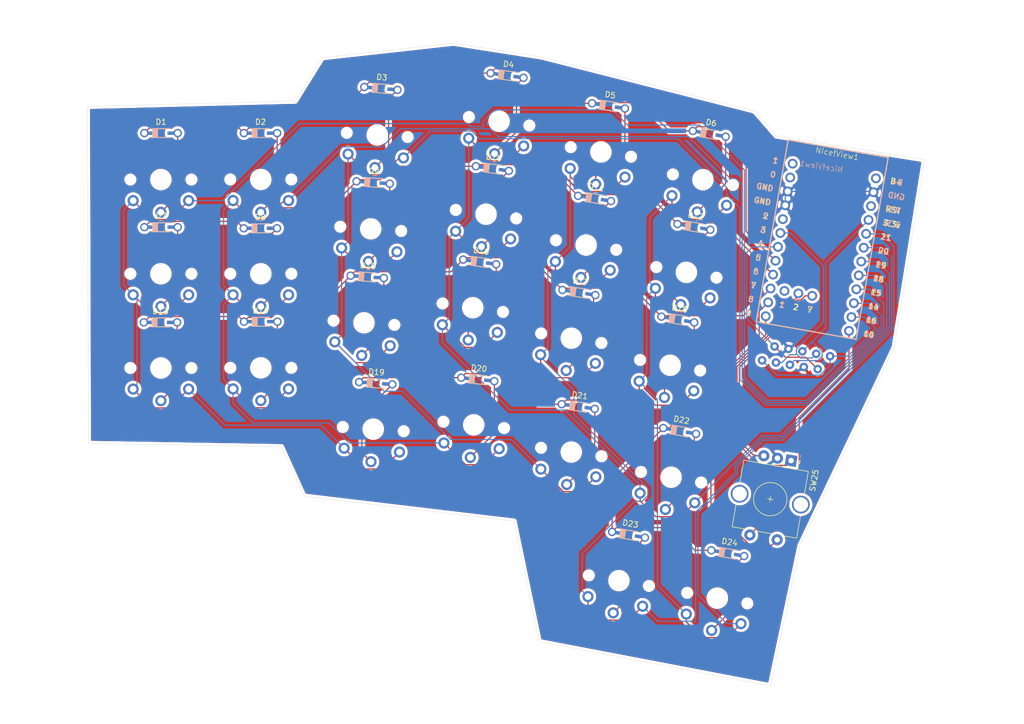
<source format=kicad_pcb>
(kicad_pcb (version 20240108) (generator "pcbnew") (generator_version "8.0")
  (layers (0 "F.Cu" signal) (31 "B.Cu" signal) (34 "B.Paste" user) (35 "F.Paste" user) (36 "B.SilkS" user "B.Silkscreen") (37 "F.SilkS" user "F.Silkscreen") (38 "B.Mask" user) (39 "F.Mask" user) (44 "Edge.Cuts" user))
  (net 0 "")
  (net 1 "Row_0")
  (net 2 "Net-(D1-A)")
  (net 3 "Net-(D2-A)")
  (net 4 "Net-(D3-A)")
  (net 5 "Net-(D4-A)")
  (net 6 "Net-(D5-A)")
  (net 7 "Net-(D6-A)")
  (net 8 "Row_1")
  (net 9 "Net-(D7-A)")
  (net 10 "Net-(D8-A)")
  (net 11 "Net-(D9-A)")
  (net 12 "Net-(D10-A)")
  (net 13 "Net-(D11-A)")
  (net 14 "Net-(D12-A)")
  (net 15 "Net-(D13-A)")
  (net 16 "Row_2")
  (net 17 "Net-(D14-A)")
  (net 18 "Net-(D15-A)")
  (net 19 "Net-(D16-A)")
  (net 20 "Net-(D17-A)")
  (net 21 "Net-(D18-A)")
  (net 22 "Row_3")
  (net 23 "Net-(D19-A)")
  (net 24 "Net-(D20-A)")
  (net 25 "Net-(D21-A)")
  (net 26 "Net-(D22-A)")
  (net 27 "Net-(D23-A)")
  (net 28 "Net-(D24-A)")
  (net 29 "Col_0")
  (net 30 "Col_1")
  (net 31 "Col_2")
  (net 32 "Col_3")
  (net 33 "Col_4")
  (net 34 "Col_5")
  (net 36 "MOSI")
  (net 38 "SCL")
  (net 41 "GND")
  (net 43 "Enc_A")
  (net 44 "CS")
  (net 45 "Enc_B")
  (net 46 "VCC")
  (net 48 "Col_Enc")
  (net 49 "Row_Enc")
  (footprint "marbastlib-xp-choc:SW_choc_Reversible_1u" (layer "F.Cu") (at 151.8666 109.4232 -4)
    (property "Reference" "SW19" (hide yes))
    (property "Value" "Switch")
  )
  (footprint "marbastlib-xp-choc:SW_choc_Reversible_1u" (layer "F.Cu") (at 113.5888 98.3996)
    (property "Reference" "SW13" (hide yes))
    (property "Value" "Switch")
  )
  (footprint "marbastlib-xp-choc:SW_choc_Reversible_1u" (layer "F.Cu") (at 196.1388 136.7536 -10)
    (property "Reference" "SW23" (hide yes))
    (property "Value" "Switch")
  )
  (footprint "Kicad Footprints:SOD123_DIO" (layer "F.Cu") (at 113.6142 56.0324)
    (property "Reference" "D1")
    (property "Value" "1N4148")
  )
  (footprint "Kicad Footprints:SOD123_DIO" (layer "F.Cu") (at 194.2592 51.1302 -9)
    (property "Reference" "D5")
    (property "Value" "1N4148")
  )
  (footprint "ScottoKeebs_MCU:Nice_Nano_V2" (layer "F.Cu") (at 232.573778 76.352833 -10)
    (property "Reference" "U1" (hide yes))
    (property "Value" "Nice_Nano_V2" (hide yes))
  )
  (footprint "Kicad Footprints:SOD123_DIO" (layer "F.Cu") (at 206.752993 89.656743 -10)
    (property "Reference" "D18")
    (property "Value" "1N4148")
  )
  (footprint "marbastlib-xp-choc:SW_choc_Reversible_1u" (layer "F.Cu") (at 187.5536 113.5634 -8)
    (property "Reference" "SW21" (hide yes))
    (property "Value" "Switch")
  )
  (footprint "marbastlib-xp-choc:SW_choc_Reversible_1u" (layer "F.Cu") (at 205.365243 97.906866 -10)
    (property "Reference" "SW18" (hide yes))
    (property "Value" "Switch")
  )
  (footprint "Kicad Footprints:SOD123_DIO" (layer "F.Cu") (at 188.804612 105.345273 -8)
    (property "Reference" "D21")
    (property "Value" "1N4148")
  )
  (footprint "Kicad Footprints:SOD123_DIO" (layer "F.Cu") (at 113.6142 72.9996)
    (property "Reference" "D7")
    (property "Value" "1N4148")
  )
  (footprint "Kicad Footprints:SOD123_DIO" (layer "F.Cu") (at 151.8412 64.9478 -4)
    (property "Reference" "D9")
    (property "Value" "1N4148")
  )
  (footprint "Kicad Footprints:SOD123_DIO" (layer "F.Cu") (at 153.2382 47.9806 -5)
    (property "Reference" "D3")
    (property "Value" "1N4148")
  )
  (footprint "Kicad Footprints:SOD123_DIO" (layer "F.Cu") (at 131.572 90.043)
    (property "Reference" "D14")
    (property "Value" "1N4148")
  )
  (footprint "Kicad Footprints:SOD123_DIO" (layer "F.Cu") (at 113.5126 90.17)
    (property "Reference" "D13")
    (property "Value" "1N4148")
  )
  (footprint "marbastlib-xp-choc:SW_choc_Reversible_1u" (layer "F.Cu") (at 169.9768 108.6612 -6)
    (property "Reference" "SW20" (hide yes))
    (property "Value" "Switch")
  )
  (footprint "Kicad Footprints:SOD123_DIO" (layer "F.Cu") (at 150.7744 81.9658 -4)
    (property "Reference" "D15")
    (property "Value" "1N4148")
  )
  (footprint "marbastlib-xp-choc:SW_choc_Reversible_1u" (layer "F.Cu") (at 208.3054 81.153 -10)
    (property "Reference" "SW12" (hide yes))
    (property "Value" "Switch")
  )
  (footprint "Kicad Footprints:SOD123_DIO" (layer "F.Cu") (at 170.70175 100.459511 -6)
    (property "Reference" "D20")
    (property "Value" "1N4148")
  )
  (footprint "Kicad Footprints:SOD123_DIO" (layer "F.Cu") (at 207.0862 109.7534 -10)
    (property "Reference" "D22")
    (property "Value" "1N4148")
  )
  (footprint "Rotary_Encoder:RotaryEncoder_Alps_EC11E-Switch_Vertical_H20mm_CircularMountingHoles" (layer "F.Cu") (at 227.174457 115.100633 -100)
    (property "Reference" "SW25")
    (property "Value" "RotaryEncoder_Switch")
  )
  (footprint "Kicad Footprints:Nice!View" (layer "F.Cu") (at 228.971435 96.673119 -10)
    (property "Reference" "Nice!View1")
    (property "Value" "~")
  )
  (footprint "Kicad Footprints:SOD123_DIO" (layer "F.Cu") (at 173.3296 62.4332 -8)
    (property "Reference" "D10")
    (property "Value" "1N4148")
  )
  (footprint "marbastlib-xp-choc:SW_choc_Reversible_1u" (layer "F.Cu") (at 192.8876 59.436 -9)
    (property "Reference" "SW5" (hide yes))
    (property "Value" "Switch")
  )
  (footprint "marbastlib-xp-choc:SW_choc_Reversible_1u" (layer "F.Cu") (at 151.4094 73.3044 -4)
    (property "Reference" "SW9" (hide yes))
    (property "Value" "Switch")
  )
  (footprint "marbastlib-xp-choc:SW_choc_Reversible_1u" (layer "F.Cu") (at 174.5488 53.8988 -8)
    (property "Reference" "SW4" (hide yes))
    (property "Value" "Switch")
  )
  (footprint "marbastlib-xp-choc:SW_choc_Reversible_1u" (layer "F.Cu") (at 211.2772 64.4398 -10)
    (property "Reference" "SW6" (hide yes))
    (property "Value" "Switch")
  )
  (footprint "Kicad Footprints:SOD123_DIO" (layer "F.Cu") (at 215.7476 131.8006 -10)
    (property "Reference" "D24")
    (property "Value" "1N4148")
  )
  (footprint "marbastlib-xp-choc:SW_choc_Reversible_1u" (layer "F.Cu") (at 131.5974 81.407)
    (property "Reference" "SW8" (hide yes))
    (property "Value" "Switch")
  )
  (footprint "Kicad Footprints:SOD123_DIO" (layer "F.Cu") (at 131.5212 73.2028)
    (property "Reference" "D8")
    (property "Value" "1N4148")
  )
  (footprint "marbastlib-xp-choc:SW_choc_Reversible_1u" (layer "F.Cu") (at 113.5888 81.407)
    (property "Reference" "SW7" (hide yes))
    (property "Value" "Switch")
  )
  (footprint "marbastlib-xp-choc:SW_choc_Reversible_1u" (layer "F.Cu") (at 152.578002 56.365261 -4)
    (property "Reference" "SW3" (hide yes))
    (property "Value" "Switch")
  )
  (footprint "marbastlib-xp-choc:SW_choc_Reversible_1u" (layer "F.Cu") (at 172.1866 70.6628 -8)
    (property "Reference" "SW10" (hide yes))
    (property "Value" "Switch")
  )
  (footprint "marbastlib-xp-choc:SW_choc_Reversible_1u" (layer "F.Cu") (at 190.2206 76.2254 -9)
    (property "Reference" "SW11" (hide yes))
    (property "Value" "Switch")
  )
  (footprint "Kicad Footprints:SOD123_DIO" (layer "F.Cu") (at 131.5466 56.0324)
    (property "Reference" "D2")
    (property "Value" "1N4148")
  )
  (footprint "Kicad Footprints:SOD123_DIO" (layer "F.Cu") (at 191.7446 67.818 -9)
    (property "Reference" "D11")
    (property "Value" "1N4148")
  )
  (footprint "marbastlib-xp-choc:SW_choc_Reversible_1u" (layer "F.Cu") (at 113.5888 64.4144)
    (property "Reference" "SW1" (hide yes))
    (property "Value" "Switch")
  )
  (footprint "Kicad Footprints:SOD123_DIO" (layer "F.Cu") (at 209.6516 72.9488 -10)
    (property "Reference" "D12")
    (property "Value" "1N4148")
  )
  (footprint "marbastlib-xp-choc:SW_choc_Reversible_1u" (layer "F.Cu") (at 150.1902 90.2462 -4)
    (property "Reference" "SW15" (hide yes))
    (property "Value" "Switch")
  )
  (footprint "Kicad Footprints:SOD123_DIO" (layer "F.Cu") (at 197.866 128.4732 -10)
    (property "Reference" "D23")
    (property "Value" "1N4148")
  )
  (footprint "marbastlib-xp-choc:SW_choc_Reversible_1u" (layer "F.Cu") (at 131.5936 64.399)
    (property "Reference" "SW2" (hide yes))
    (property "Value" "Switch")
  )
  (footprint "Kicad Footprints:SOD123_DIO" (layer "F.Cu") (at 212.4202 56.1594 -10)
    (property "Reference" "D6")
    (property "Value" "1N4148")
  )
  (footprint "Kicad Footprints:SOD123_DIO" (layer "F.Cu") (at 171.0436 79.2734 -8)
    (property "Reference" "D16")
    (property "Value" "1N4148")
  )
  (footprint "marbastlib-xp-choc:SW_choc_Reversible_1u" (layer "F.Cu") (at 131.5974 98.3742)
    (property "Reference" "SW14" (hide yes))
    (property "Value" "Switch")
  )
  (footprint "marbastlib-xp-choc:SW_choc_Reversible_1u" (layer "F.Cu") (at 187.553009 93.026012 -9)
    (property "Reference" "SW17" (hide yes))
    (property "Value" "Switch")
  )
  (footprint "Kicad Footprints:SOD123_DIO" (layer "F.Cu") (at 152.304802 101.149471 -4)
    (property "Reference" "D19")
    (property "Value" "1N4148")
  )
  (footprint "marbastlib-xp-choc:SW_choc_Reversible_1u" (layer "F.Cu") (at 169.799 87.5284 -8)
    (property "Reference" "SW16" (hide yes))
    (property "Value" "Switch")
  )
  (footprint "marbastlib-xp-choc:SW_choc_Reversible_1u" (layer "F.Cu") (at 205.543043 118.099866 -10)
    (property "Reference" "SW22" (hide yes))
    (property "Value" "Switch")
  )
  (footprint "Kicad Footprints:SOD123_DIO" (layer "F.Cu") (at 175.9712 45.6438 -8)
    (property "Reference" "D4")
    (property "Value" "1N4148")
  )
  (footprint "marbastlib-xp-choc:SW_choc_Reversible_1u" (layer "F.Cu") (at 213.868 139.9032 -10)
    (property "Reference" "SW24" (hide yes))
    (property "Value" "Switch")
  )
  (footprint "Kicad Footprints:SOD123_DIO" (layer "F.Cu") (at 188.9252 84.7852 -9)
    (property "Reference" "D17")
    (property "Value" "1N4148")
  )
  (footprint "Kicad Footprints:Nice!View" (layer "B.Cu") (at 226.75 99.1 171)
    (property "Reference" "Nice!View1")
    (property "Value" "~")
  )
  (gr_poly (pts (xy 100.325 51.375) (xy 100.51 112.01) (xy 135.31 112.61) (xy 139.35 121.52) (xy 177.23 126.03) (xy 181.75 147.76) (xy 223.43 155.72) (xy 228.78 130.42) (xy 245.76 94.68) (xy 251.22 60.83) (xy 224.5 56.55) (xy 220.58 52.04) (xy 182.22 42.3) (xy 166.31 39.81) (xy 142.67 42.42) (xy 137.8 50.26) (xy 100.55 51.2)) (stroke (width 0.05)) (fill none) (layer "Edge.Cuts"))
  (segment (start 145.670149 52.2986) (end 150.249616 47.719133) (width 0.2) (layer "F.Cu") (net 1))
  (segment (start 217.042056 54.888456) (end 219.0496 56.896) (width 0.2) (layer "F.Cu") (net 1))
  (segment (start 112.8966 53.75) (end 126.2642 53.75) (width 0.2) (layer "F.Cu") (net 1))
  (segment (start 128.5466 56.0324) (end 132.2804 52.2986) (width 0.2) (layer "F.Cu") (net 1))
  (segment (start 209.465776 55.638456) (end 210.215776 54.888456) (width 0.2) (layer "F.Cu") (net 1))
  (segment (start 200.079303 50.549503) (end 205.168256 55.638456) (width 0.2) (layer "F.Cu") (net 1))
  (segment (start 132.2804 52.2986) (end 145.670149 52.2986) (width 0.2) (layer "F.Cu") (net 1))
  (segment (start 210.215776 54.888456) (end 217.042056 54.888456) (width 0.2) (layer "F.Cu") (net 1))
  (segment (start 205.168256 55.638456) (end 209.465776 55.638456) (width 0.2) (layer "F.Cu") (net 1))
  (segment (start 152.742468 45.226281) (end 173.000395 45.226281) (width 0.2) (layer "F.Cu") (net 1))
  (segment (start 173.000395 45.226281) (end 173.976676 44.25) (width 0.2) (layer "F.Cu") (net 1))
  (segment (start 188.485897 50.660897) (end 191.296134 50.660897) (width 0.2) (layer "F.Cu") (net 1))
  (segment (start 110.6142 56.0324) (end 112.8966 53.75) (width 0.2) (layer "F.Cu") (net 1))
  (segment (start 219.0496 73.747776) (end 224.359322 79.057498) (width 0.2) (layer "F.Cu") (net 1))
  (segment (start 182.075 44.25) (end 188.485897 50.660897) (width 0.2) (layer "F.Cu") (net 1))
  (segment (start 126.2642 53.75) (end 128.5466 56.0324) (width 0.2) (layer "F.Cu") (net 1))
  (segment (start 191.296134 50.660897) (end 191.407528 50.549503) (width 0.2) (layer "F.Cu") (net 1))
  (segment (start 191.407528 50.549503) (end 200.079303 50.549503) (width 0.2) (layer "F.Cu") (net 1))
  (segment (start 219.0496 56.896) (end 219.0496 73.747776) (width 0.2) (layer "F.Cu") (net 1))
  (segment (start 150.249616 47.719133) (end 152.742468 45.226281) (width 0.2) (layer "F.Cu") (net 1))
  (segment (start 173.976676 44.25) (end 182.075 44.25) (width 0.2) (layer "F.Cu") (net 1))
  (segment (start 116.6142 67.289) (end 116.6142 56.0324) (width 0.2) (layer "F.Cu") (net 2))
  (segment (start 113.5888 70.3144) (end 116.6142 67.289) (width 0.2) (layer "F.Cu") (net 2))
  (segment (start 131.5936 70.299) (end 134.5466 67.346) (width 0.2) (layer "F.Cu") (net 3))
  (segment (start 134.5466 67.346) (end 134.5466 56.0324) (width 0.2) (layer "F.Cu") (net 3))
  (segment (start 154.628002 49.840849) (end 156.226784 48.242067) (width 0.2) (layer "F.Cu") (net 4))
  (segment (start 154.628002 59.789325) (end 154.628002 49.840849) (width 0.2) (layer "F.Cu") (net 4))
  (segment (start 152.166439 62.250888) (end 154.628002 59.789325) (width 0.2) (layer "F.Cu") (net 4))
  (segment (start 173.727679 59.74138) (end 177.675 55.794059) (width 0.2) (layer "F.Cu") (net 5))
  (segment (start 177.675 47.328324) (end 178.942005 46.061319) (width 0.2) (layer "F.Cu") (net 5))
  (segment (start 177.675 55.794059) (end 177.675 47.328324) (width 0.2) (layer "F.Cu") (net 5))
  (segment (start 191.964637 63.849147) (end 197.222266 58.591518) (width 0.2) (layer "F.Cu") (net 6))
  (segment (start 197.222266 58.591518) (end 197.222266 51.599503) (width 0.2) (layer "F.Cu") (net 6))
  (segment (start 191.964637 65.26336) (end 191.964637 63.849147) (width 0.2) (layer "F.Cu") (net 6))
  (segment (start 210.252676 70.250165) (end 215.374624 65.128217) (width 0.2) (layer "F.Cu") (net 7))
  (segment (start 215.374624 65.128217) (end 215.374624 56.680344) (width 0.2) (layer "F.Cu") (net 7))
  (segment (start 206.887432 72.2376) (end 214.596946 72.2376) (width 0.2) (layer "F.Cu") (net 8))
  (segment (start 116.094475 72.0344) (end 116.179275 71.9496) (width 0.2) (layer "F.Cu") (net 8))
  (segment (start 131.3688 73.2028) (end 135.0726 69.499) (width 0.2) (layer "F.Cu") (net 8))
  (segment (start 144.088039 69.499) (end 148.848508 64.738531) (width 0.2) (layer "F.Cu") (net 8))
  (segment (start 183.154837 61.722) (end 188.781534 67.348697) (width 0.2) (layer "F.Cu") (net 8))
  (segment (start 148.848508 64.738531) (end 149.157335 64.429704) (width 0.2) (layer "F.Cu") (net 8))
  (segment (start 110.6142 72.9996) (end 111.5794 72.0344) (width 0.2) (layer "F.Cu") (net 8))
  (segment (start 188.781534 67.348697) (end 188.998031 67.1322) (width 0.2) (layer "F.Cu") (net 8))
  (segment (start 111.5794 72.0344) (end 116.094475 72.0344) (width 0.2) (layer "F.Cu") (net 8))
  (segment (start 214.596946 72.2376) (end 223.918255 81.558909) (width 0.2) (layer "F.Cu") (net 8))
  (segment (start 201.40152 67.1322) (end 206.697176 72.427856) (width 0.2) (layer "F.Cu") (net 8))
  (segment (start 188.998031 67.1322) (end 201.40152 67.1322) (width 0.2) (layer "F.Cu") (net 8))
  (segment (start 206.697176 72.427856) (end 206.887432 72.2376) (width 0.2) (layer "F.Cu") (net 8))
  (segment (start 153.172096 64.429704) (end 155.586119 62.015681) (width 0.2) (layer "F.Cu") (net 8))
  (segment (start 155.586119 62.015681) (end 170.358795 62.015681) (width 0.2) (layer "F.Cu") (net 8))
  (segment (start 135.0726 69.499) (end 144.088039 69.499) (width 0.2) (layer "F.Cu") (net 8))
  (segment (start 128.5212 73.2028) (end 131.3688 73.2028) (width 0.2) (layer "F.Cu") (net 8))
  (segment (start 116.179275 71.9496) (end 127.268 71.9496) (width 0.2) (layer "F.Cu") (net 8))
  (segment (start 127.268 71.9496) (end 128.5212 73.2028) (width 0.2) (layer "F.Cu") (net 8))
  (segment (start 170.652476 61.722) (end 183.154837 61.722) (width 0.2) (layer "F.Cu") (net 8))
  (segment (start 170.358795 62.015681) (end 170.652476 61.722) (width 0.2) (layer "F.Cu") (net 8))
  (segment (start 149.157335 64.429704) (end 153.172096 64.429704) (width 0.2) (layer "F.Cu") (net 8))
  (segment (start 113.5888 87.307) (end 116.6142 84.2816) (width 0.2) (layer "F.Cu") (net 9))
  (segment (start 116.6142 84.2816) (end 116.6142 72.9996) (width 0.2) (layer "F.Cu") (net 9))
  (segment (start 133.6474 85.257) (end 133.6474 74.0766) (width 0.2) (layer "F.Cu") (net 10))
  (segment (start 133.6474 74.0766) (end 134.5212 73.2028) (width 0.2) (layer "F.Cu") (net 10))
  (segment (start 131.5974 87.307) (end 133.6474 85.257) (width 0.2) (layer "F.Cu") (net 10))
  (segment (start 150.997837 79.190027) (end 154.833892 75.353972) (width 0.2) (layer "F.Cu") (net 11))
  (segment (start 154.833892 75.353972) (end 154.833892 65.157069) (width 0.2) (layer "F.Cu") (net 11))
  (segment (start 174.2366 64.914524) (end 176.300405 62.850719) (width 0.2) (layer "F.Cu") (net 12))
  (segment (start 171.365479 76.50538) (end 174.2366 73.634259) (width 0.2) (layer "F.Cu") (net 12))
  (segment (start 174.2366 73.634259) (end 174.2366 64.914524) (width 0.2) (layer "F.Cu") (net 12))
  (segment (start 192.2706 79.079797) (end 192.2706 70.724369) (width 0.2) (layer "F.Cu") (net 13))
  (segment (start 192.2706 70.724369) (end 194.707666 68.287303) (width 0.2) (layer "F.Cu") (net 13))
  (segment (start 189.297637 82.05276) (end 192.2706 79.079797) (width 0.2) (layer "F.Cu") (net 13))
  (segment (start 206.2554 85.937889) (end 206.2554 79.820368) (width 0.2) (layer "F.Cu") (net 14))
  (segment (start 206.2554 79.820368) (end 212.606024 73.469744) (width 0.2) (layer "F.Cu") (net 14))
  (segment (start 207.280876 86.963365) (end 206.2554 85.937889) (width 0.2) (layer "F.Cu") (net 14))
  (segment (start 116.5126 90.17) (end 116.5126 101.3758) (width 0.2) (layer "F.Cu") (net 15))
  (segment (start 116.5126 101.3758) (end 113.5888 104.2996) (width 0.2) (layer "F.Cu") (net 15))
  (segment (start 110.5126 90.17) (end 111.5626 89.12) (width 0.2) (layer "F.Cu") (net 16))
  (segment (start 168.072795 78.855881) (end 168.417276 78.5114) (width 0.2) (layer "F.Cu") (net 16))
  (segment (start 133.5412 89.293) (end 135.9154 86.9188) (width 0.2) (layer "F.Cu") (net 16))
  (segment (start 203.798569 89.135799) (end 203.958168 88.9762) (width 0.2) (layer "F.Cu") (net 16))
  (segment (start 168.417276 78.5114) (end 180.157637 78.5114) (width 0.2) (layer "F.Cu") (net 16))
  (segment (start 127.649 89.12) (end 128.572 90.043) (width 0.2) (layer "F.Cu") (net 16))
  (segment (start 142.619439 86.9188) (end 147.781708 81.756531) (width 0.2) (layer "F.Cu") (net 16))
  (segment (start 147.781708 81.756531) (end 148.486839 81.0514) (width 0.2) (layer "F.Cu") (net 16))
  (segment (start 185.962134 84.315897) (end 186.280231 83.9978) (width 0.2) (layer "F.Cu") (net 16))
  (segment (start 198.66057 83.9978) (end 203.798569 89.135799) (width 0.2) (layer "F.Cu") (net 16))
  (segment (start 148.486839 81.0514) (end 165.877276 81.0514) (width 0.2) (layer "F.Cu") (net 16))
  (segment (start 165.877276 81.0514) (end 168.072795 78.855881) (width 0.2) (layer "F.Cu") (net 16))
  (segment (start 218.561311 88.9762) (end 223.47719 84.060321) (width 0.2) (layer "F.Cu") (net 16))
  (segment (start 111.5626 89.12) (end 127.649 89.12) (width 0.2) (layer "F.Cu") (net 16))
  (segment (start 180.157637 78.5114) (end 185.962134 84.315897) (width 0.2) (layer "F.Cu") (net 16))
  (segment (start 186.280231 83.9978) (end 198.66057 83.9978) (width 0.2) (layer "F.Cu") (net 16))
  (segment (start 135.9154 86.9188) (end 142.619439 86.9188) (width 0.2) (layer "F.Cu") (net 16))
  (segment (start 129.322 89.293) (end 133.5412 89.293) (width 0.2) (layer "F.Cu") (net 16))
  (segment (start 203.958168 88.9762) (end 218.561311 88.9762) (width 0.2) (layer "F.Cu") (net 16))
  (segment (start 128.572 90.043) (end 129.322 89.293) (width 0.2) (layer "F.Cu") (net 16))
  (segment (start 134.572 101.2996) (end 131.5974 104.2742) (width 0.2) (layer "F.Cu") (net 17))
  (segment (start 134.572 90.043) (end 134.572 101.2996) (width 0.2) (layer "F.Cu") (net 17))
  (segment (start 153.767092 92.143372) (end 153.767092 82.175069) (width 0.2) (layer "F.Cu") (net 18))
  (segment (start 149.778637 96.131827) (end 153.767092 92.143372) (width 0.2) (layer "F.Cu") (net 18))
  (segment (start 168.977879 91.956767) (end 174.014405 86.920241) (width 0.2) (layer "F.Cu") (net 19))
  (segment (start 174.014405 86.920241) (end 174.014405 79.690919) (width 0.2) (layer "F.Cu") (net 19))
  (segment (start 168.977879 93.37098) (end 168.977879 91.956767) (width 0.2) (layer "F.Cu") (net 19))
  (segment (start 191.5668 93.916618) (end 191.5668 85.575969) (width 0.2) (layer "F.Cu") (net 20))
  (segment (start 186.630046 98.853372) (end 191.5668 93.916618) (width 0.2) (layer "F.Cu") (net 20))
  (segment (start 191.5668 85.575969) (end 191.888266 85.254503) (width 0.2) (layer "F.Cu") (net 20))
  (segment (start 204.340719 103.717231) (end 204.340719 102.303018) (width 0.2) (layer "F.Cu") (net 21))
  (segment (start 204.340719 102.303018) (end 209.707417 96.93632) (width 0.2) (layer "F.Cu") (net 21))
  (segment (start 209.707417 96.93632) (end 209.707417 90.177687) (width 0.2) (layer "F.Cu") (net 21))
  (segment (start 167.718184 100.145926) (end 168.468184 99.395926) (width 0.2) (layer "F.Cu") (net 22))
  (segment (start 193.204754 104.177754) (end 198.259456 109.232456) (width 0.2) (layer "F.Cu") (net 22))
  (segment (start 209.816456 131.279656) (end 212.793176 131.279656) (width 0.2) (layer "F.Cu") (net 22))
  (segment (start 150.106386 100.145926) (end 167.718184 100.145926) (width 0.2) (layer "F.Cu") (net 22))
  (segment (start 204.131776 109.232456) (end 205.192436 109.232456) (width 0.2) (layer "F.Cu") (net 22))
  (segment (start 198.259456 109.232456) (end 204.131776 109.232456) (width 0.2) (layer "F.Cu") (net 22))
  (segment (start 181.559554 104.927754) (end 185.833807 104.927754) (width 0.2) (layer "F.Cu") (net 22))
  (segment (start 221.418757 93.006135) (end 221.418757 88.179098) (width 0.2) (layer "F.Cu") (net 22))
  (segment (start 204.131776 109.232456) (end 194.911576 118.452656) (width 0.2) (layer "F.Cu") (net 22))
  (segment (start 186.583807 104.177754) (end 193.204754 104.177754) (width 0.2) (layer "F.Cu") (net 22))
  (segment (start 176.027726 99.395926) (end 181.559554 104.927754) (width 0.2) (layer "F.Cu") (net 22))
  (segment (start 185.833807 104.927754) (end 186.583807 104.177754) (width 0.2) (layer "F.Cu") (net 22))
  (segment (start 194.911576 118.452656) (end 194.911576 127.952256) (width 0.2) (layer "F.Cu") (net 22))
  (segment (start 149.31211 100.940202) (end 150.106386 100.145926) (width 0.2) (layer "F.Cu") (net 22))
  (segment (start 221.418757 88.179098) (end 223.036123 86.561732) (width 0.2) (layer "F.Cu") (net 22))
  (segment (start 205.739056 127.202256) (end 209.816456 131.279656) (width 0.2) (layer "F.Cu") (net 22))
  (segment (start 205.192436 109.232456) (end 221.418757 93.006135) (width 0.2) (layer "F.Cu") (net 22))
  (segment (start 194.911576 127.952256) (end 195.661576 127.202256) (width 0.2) (layer "F.Cu") (net 22))
  (segment (start 195.661576 127.202256) (end 205.739056 127.202256) (width 0.2) (layer "F.Cu") (net 22))
  (segment (start 168.468184 99.395926) (end 176.027726 99.395926) (width 0.2) (layer "F.Cu") (net 22))
  (segment (start 149.8166 113.67039) (end 149.8166 106.839634) (width 0.2) (layer "F.Cu") (net 23))
  (segment (start 149.8166 106.839634) (end 155.297494 101.35874) (width 0.2) (layer "F.Cu") (net 23))
  (segment (start 151.455037 115.308827) (end 149.8166 113.67039) (width 0.2) (layer "F.Cu") (net 23))
  (segment (start 173.685316 110.203644) (end 173.685316 100.773096) (width 0.2) (layer "F.Cu") (net 24))
  (segment (start 169.360082 114.528878) (end 173.685316 110.203644) (width 0.2) (layer "F.Cu") (net 24))
  (segment (start 186.732479 119.40598) (end 191.775417 114.363042) (width 0.2) (layer "F.Cu") (net 25))
  (segment (start 191.775417 114.363042) (end 191.775417 105.762792) (width 0.2) (layer "F.Cu") (net 25))
  (segment (start 209.723368 110.5916) (end 210.040624 110.274344) (width 0.2) (layer "F.Cu") (net 26))
  (segment (start 209.723368 118.705382) (end 209.723368 110.5916) (width 0.2) (layer "F.Cu") (net 26))
  (segment (start 204.518519 123.910231) (end 209.723368 118.705382) (width 0.2) (layer "F.Cu") (net 26))
  (segment (start 200.070424 129.744144) (end 200.070424 137.607817) (width 0.2) (layer "F.Cu") (net 27))
  (segment (start 200.820424 128.994144) (end 200.070424 129.744144) (width 0.2) (layer "F.Cu") (net 27))
  (segment (start 200.070424 137.607817) (end 195.114276 142.563965) (width 0.2) (layer "F.Cu") (net 27))
  (segment (start 212.843476 145.713565) (end 215.918 142.639041) (width 0.2) (layer "F.Cu") (net 28))
  (segment (start 215.918 135.105568) (end 218.702024 132.321544) (width 0.2) (layer "F.Cu") (net 28))
  (segment (start 215.918 142.639041) (end 215.918 135.105568) (width 0.2) (layer "F.Cu") (net 28))
  (segment (start 108.5888 102.1996) (end 111.9888 105.5996) (width 0.2) (layer "F.Cu") (net 29))
  (segment (start 146.613704 112.865161) (end 150.35737 116.608827) (width 0.2) (layer "F.Cu") (net 29))
  (segment (start 111.9888 105.5996) (end 115.1888 105.5996) (width 0.2) (layer "F.Cu") (net 29))
  (segment (start 111.9888 88.607) (end 115.1888 88.607) (width 0.2) (layer "F.Cu") (net 29))
  (segment (start 111.9888 71.6144) (end 115.1888 71.6144) (width 0.2) (layer "F.Cu") (net 29))
  (segment (start 115.1888 105.5996) (end 118.5888 102.1996) (width 0.2) (layer "F.Cu") (net 29))
  (segment (start 108.5888 68.2144) (end 111.9888 71.6144) (width 0.2) (layer "F.Cu") (net 29))
  (segment (start 115.1888 71.6144) (end 118.5888 68.2144) (width 0.2) (layer "F.Cu") (net 29))
  (segment (start 150.35737 116.608827) (end 153.543244 116.608827) (width 0.2) (layer "F.Cu") (net 29))
  (segment (start 153.543244 116.608827) (end 156.589346 113.562725) (width 0.2) (layer "F.Cu") (net 29))
  (segment (start 115.1888 88.607) (end 118.5888 85.207) (width 0.2) (layer "F.Cu") (net 29))
  (segment (start 108.5888 85.207) (end 111.9888 88.607) (width 0.2) (layer "F.Cu") (net 29))
  (segment (start 168.874308 54.315261) (end 169.425 54.865953) (width 0.2) (layer "B.Cu") (net 29))
  (segment (start 173.699662 51.8488) (end 194.9488 51.8488) (width 0.2) (layer "B.Cu") (net 29))
  (segment (start 241.25672 86.70672) (end 238.48566 86.70672) (width 0.2) (layer "B.Cu") (net 29))
  (segment (start 229.971572 104.25) (end 243.45 90.771572) (width 0.2) (layer "B.Cu") (net 29))
  (segment (start 118.5888 102.1996) (end 125.1012 108.712) (width 0.2) (layer "B.Cu") (net 29))
  (segment (start 169.425 54.865953) (end 171.7 54.865953) (width 0.2) (layer "B.Cu") (net 29))
  (segment (start 243.45 88.9) (end 241.25672 86.70672) (width 0.2) (layer "B.Cu") (net 29))
  (segment (start 124.739722 68.2144) (end 138.638861 54.315261) (width 0.2) (layer "B.Cu") (net 29))
  (segment (start 118.5888 68.2144) (end 124.739722 68.2144) (width 0.2) (layer "B.Cu") (net 29))
  (segment (start 218.75 100.134314) (end 222.865686 104.25) (width 0.2) (layer "B.Cu") (net 29))
  (segment (start 109.2888 85.907) (end 109.2888 101.4996) (width 0.2) (layer "B.Cu") (net 29))
  (segment (start 243.45 90.771572) (end 243.45 88.9) (width 0.2) (layer "B.Cu") (net 29))
  (segment (start 197.688456 54.588456) (end 210.672952 54.588456) (width 0.2) (layer "B.Cu") (net 29))
  (segment (start 109.2888 101.4996) (end 108.5888 102.1996) (width 0.2) (layer "B.Cu") (net 29))
  (segment (start 108.5888 85.207) (end 109.2888 85.907) (width 0.2) (layer "B.Cu") (net 29))
  (segment (start 106.8888 83.507) (end 108.5888 85.207) (width 0.2) (layer "B.Cu") (net 29))
  (segment (start 138.638861 54.315261) (end 168.874308 54.315261) (width 0.2) (layer "B.Cu") (net 29))
  (segment (start 171.7 54.865953) (end 171.7 53.848462) (width 0.2) (layer "B.Cu") (net 29))
  (segment (start 210.672952 54.588456) (end 218.75 62.665504) (width 0.2) (layer "B.Cu") (net 29))
  (segment (start 222.865686 104.25) (end 229.971572 104.25) (width 0.2) (layer "B.Cu") (net 29))
  (segment (start 194.9488 51.8488) (end 197.688456 54.588456) (width 0.2) (layer "B.Cu") (net 29))
  (segment (start 218.75 62.665504) (end 218.75 100.134314) (width 0.2) (layer "B.Cu") (net 29))
  (segment (start 125.1012 108.712) (end 142.460543 108.712) (width 0.2) (layer "B.Cu") (net 29))
  (segment (start 106.8888 69.9144) (end 106.8888 83.507) (width 0.2) (layer "B.Cu") (net 29))
  (segment (start 171.7 53.848462) (end 173.699662 51.8488) (width 0.2) (layer "B.Cu") (net 29))
  (segment (start 142.460543 108.712) (end 146.613704 112.865161) (width 0.2) (layer "B.Cu") (net 29))
  (segment (start 108.5888 68.2144) (end 106.8888 69.9144) (width 0.2) (layer "B.Cu") (net 29))
  (segment (start 164.606982 111.917741) (end 168.518119 115.828878) (width 0.2) (layer "F.Cu") (net 30))
  (segment (start 126.5936 68.199) (end 129.9936 71.599) (width 0.2) (layer "F.Cu") (net 30))
  (segment (start 133.223 88.773) (end 136.789 85.207) (width 0.2) (layer "F.Cu") (net 30))
  (segment (start 133.1974 105.5742) (end 136.5974 102.1742) (width 0.2) (layer "F.Cu") (net 30))
  (segment (start 135.806914 68.199) (end 136.5936 68.199) (width 0.2) (layer "F.Cu") (net 30))
  (segment (start 126.5974 102.1742) (end 129.9974 105.5742) (width 0.2) (layer "F.Cu") (net 30))
  (segment (start 168.518119 115.828878) (end 171.686349 115.828878) (width 0.2) (layer "F.Cu") (net 30))
  (segment (start 129.9974 105.5742) (end 133.1974 105.5742) (width 0.2) (layer "F.Cu") (net 30))
  (segment (start 132.406914 71.599) (end 135.806914 68.199) (width 0.2) (layer "F.Cu") (net 30))
  (segment (start 130.1634 88.773) (end 133.223 88.773) (width 0.2) (layer "F.Cu") (net 30))
  (segment (start 171.686349 115.828878) (end 174.552202 112.963025) (width 0.2) (layer "F.Cu") (net 30))
  (segment (start 126.5974 85.207) (end 130.1634 88.773) (width 0.2) (layer "F.Cu") (net 30))
  (segment (start 129.9936 71.599) (end 132.406914 71.599) (width 0.2) (layer "F.Cu") (net 30))
  (segment (start 172.965953 55.265953) (end 174.35 56.65) (width 0.2) (layer "B.Cu") (net 30))
  (segment (start 230.137258 104.65) (end 243.85 90.937258) (width 0.2) (layer "B.Cu") (net 30))
  (segment (start 130.1496 108.312) (end 126.5974 104.7598) (width 0.2) (layer "B.Cu") (net 30))
  (segment (start 241.303518 84.205307) (end 238.926725 84.205307) (width 0.2) (layer "B.Cu") (net 30))
  (segment (start 124.8974 83.507) (end 124.8974 69.8952) (width 0.2) (layer "B.Cu") (net 30))
  (segment (start 208.651721 56.65) (end 216.196587 64.194866) (width 0.2) (layer "B.Cu") (net 30))
  (segment (start 218.35 65.354167) (end 218.35 100.3) (width 0.2) (layer "B.Cu") (net 30))
  (segment (start 243.85 86.751789) (end 241.303518 84.205307) (width 0.2) (layer "B.Cu") (net 30))
  (segment (start 153.464706 58.507222) (end 156.705975 55.265953) (width 0.2) (layer "B.Cu") (net 30))
  (segment (start 143.899021 108.312) (end 130.1496 108.312) (width 0.2) (layer "B.Cu") (net 30))
  (segment (start 126.5974 102.1742) (end 124.8974 100.4742) (width 0.2) (layer "B.Cu") (net 30))
  (segment (start 124.8974 86.907) (end 126.5974 85.207) (width 0.2) (layer "B.Cu") (net 30))
  (segment (start 147.504762 111.917741) (end 143.899021 108.312) (width 0.2) (layer "B.Cu") (net 30))
  (segment (start 218.35 100.3) (end 222.7 104.65) (width 0.2) (layer "B.Cu") (net 30))
  (segment (start 146.285378 58.507222) (end 153.464706 58.507222) (width 0.2) (layer "B.Cu") (net 30))
  (segment (start 243.85 90.937258) (end 243.85 86.751789) (width 0.2) (layer "B.Cu") (net 30))
  (segment (start 126.5974 104.7598) (end 126.5974 102.1742) (width 0.2) (layer "B.Cu") (net 30))
  (segment (start 124.8974 100.4742) (end 124.8974 86.907) (width 0.2) (layer "B.Cu") (net 30))
  (segment (start 156.705975 55.265953) (end 172.965953 55.265953) (width 0.2) (layer "B.Cu") (net 30))
  (segment (start 216.196587 64.194866) (end 217.190699 64.194866) (width 0.2) (layer "B.Cu") (net 30))
  (segment (start 124.8974 69.8952) (end 126.5936 68.199) (width 0.2) (layer "B.Cu") (net 30))
  (segment (start 136.5936 68.199) (end 146.285378 58.507222) (width 0.2) (layer "B.Cu") (net 30))
  (segment (start 217.190699 64.194866) (end 218.35 65.354167) (width 0.2) (layer "B.Cu") (net 30))
  (segment (start 222.7 104.65) (end 230.137258 104.65) (width 0.2) (layer "B.Cu") (net 30))
  (segment (start 126.5974 85.207) (end 124.8974 83.507) (width 0.2) (layer "B.Cu") (net 30))
  (segment (start 164.606982 111.917741) (end 147.504762 111.917741) (width 0.2) (layer "B.Cu") (net 30))
  (segment (start 174.35 56.65) (end 208.651721 56.65) (width 0.2) (layer "B.Cu") (net 30))
  (segment (start 146.156504 76.746361) (end 149.90017 80.490027) (width 0.2) (layer "F.Cu") (net 31))
  (segment (start 153.086044 80.490027) (end 156.132146 77.443925) (width 0.2) (layer "F.Cu") (net 31))
  (segment (start 144.937304 93.688161) (end 148.68097 97.431827) (width 0.2) (layer "F.Cu") (net 31))
  (segment (start 186.148828 120.70598) (end 189.292387 120.70598) (width 0.2) (layer "F.Cu") (net 31))
  (segment (start 149.90017 80.490027) (end 153.086044 80.490027) (width 0.2) (layer "F.Cu") (net 31))
  (segment (start 156.531328 60.504786) (end 157.300748 60.504786) (width 0.2) (layer "F.Cu") (net 31))
  (segment (start 148.68097 97.431827) (end 151.866844 97.431827) (width 0.2) (layer "F.Cu") (net 31))
  (segment (start 147.325106 59.807222) (end 151.068772 63.550888) (width 0.2) (layer "F.Cu") (net 31))
  (segment (start 151.068772 63.550888) (end 153.485226 63.550888) (width 0.2) (layer "F.Cu") (net 31))
  (segment (start 153.485226 63.550888) (end 156.531328 60.504786) (width 0.2) (layer "F.Cu") (net 31))
  (segment (start 182.073401 116.630553) (end 186.148828 120.70598) (width 0.2) (layer "F.Cu") (net 31))
  (segment (start 151.866844 97.431827) (end 154.912946 94.385725) (width 0.2) (layer "F.Cu") (net 31))
  (segment (start 189.292387 120.70598) (end 191.976083 118.022284) (width 0.2) (layer "F.Cu") (net 31))
  (segment (start 242.703896 81.703896) (end 239.367793 81.703896) (width 0.2) (layer "B.Cu") (net 31))
  (segment (start 217.95 69.55) (end 217.95 100.465686) (width 0.2) (layer "B.Cu") (net 31))
  (segment (start 170.991126 57.05) (end 206.786538 57.05) (width 0.2) (layer "B.Cu") (net 31))
  (segment (start 182.073401 116.630553) (end 176.745648 111.3028) (width 0.2) (layer "B.Cu") (net 31))
  (segment (start 230.302944 105.05) (end 244.408433 90.944511) (width 0.2) (layer "B.Cu") (net 31))
  (segment (start 217.95 100.465686) (end 222.534314 105.05) (width 0.2) (layer "B.Cu") (net 31))
  (segment (start 215.493643 65.757105) (end 215.493643 67.093643) (width 0.2) (layer "B.Cu") (net 31))
  (segment (start 244.408433 90.944511) (end 244.408433 83.408433) (width 0.2) (layer "B.Cu") (net 31))
  (segment (start 215.493643 67.093643) (end 217.95 69.55) (width 0.2) (layer "B.Cu") (net 31))
  (segment (start 157.118319 102.5906) (end 153.839743 102.5906) (width 0.2) (layer "B.Cu") (net 31))
  (segment (start 157.300748 60.504786) (end 162.139581 55.665953) (width 0.2) (layer "B.Cu") (net 31))
  (segment (start 147.325106 75.577759) (end 146.156504 76.746361) (width 0.2) (layer "B.Cu") (net 31))
  (segment (start 153.839743 102.5906) (end 144.937304 93.688161) (width 0.2) (layer "B.Cu") (net 31))
  (segment (start 146.156504 92.468961) (end 144.937304 93.688161) (width 0.2) (layer "B.Cu") (net 31))
  (segment (start 146.156504 76.746361) (end 146.156504 92.468961) (width 0.2) (layer "B.Cu") (net 31))
  (segment (start 169.607079 55.665953) (end 170.991126 57.05) (width 0.2) (layer "B.Cu") (net 31))
  (segment (start 244.408433 83.408433) (end 242.703896 81.703896) (width 0.2) (layer "B.Cu") (net 31))
  (segment (start 162.139581 55.665953) (end 169.607079 55.665953) (width 0.2) (layer "B.Cu") (net 31))
  (segment (start 165.830519 111.3028) (end 157.118319 102.5906) (width 0.2) (layer "B.Cu") (net 31))
  (segment (start 147.325106 59.807222) (end 147.325106 75.577759) (width 0.2) (layer "B.Cu") (net 31))
  (segment (start 206.786538 57.05) (end 215.493643 65.757105) (width 0.2) (layer "B.Cu") (net 31))
  (segment (start 176.745648 111.3028) (end 165.830519 111.3028) (width 0.2) (layer "B.Cu") (net 31))
  (segment (start 222.534314 105.05) (end 230.302944 105.05) (width 0.2) (layer "B.Cu") (net 31))
  (segment (start 164.318801 90.595553) (end 168.394228 94.67098) (width 0.2) (layer "F.Cu") (net 32))
  (segment (start 166.706401 73.729953) (end 170.872891 77.896443) (width 0.2) (layer "F.Cu") (net 32))
  (segment (start 176.287587 61.04138) (end 178.971283 58.357684) (width 0.2) (layer "F.Cu") (net 32))
  (segment (start 199.95914 122.388107) (end 202.781264 125.210231) (width 0.2) (layer "F.Cu") (net 32))
  (segment (start 202.781264 125.210231) (end 207.307364 125.210231) (width 0.2) (layer "F.Cu") (net 32))
  (segment (start 173.834324 77.896443) (end 176.609083 75.121684) (width 0.2) (layer "F.Cu") (net 32))
  (segment (start 170.872891 77.896443) (end 173.834324 77.896443) (width 0.2) (layer "F.Cu") (net 32))
  (segment (start 207.307364 125.210231) (end 209.807219 122.710376) (width 0.2) (layer "F.Cu") (net 32))
  (segment (start 169.068601 56.965953) (end 173.144028 61.04138) (width 0.2) (layer "F.Cu") (net 32))
  (segment (start 171.537787 94.67098) (end 174.221483 91.987284) (width 0.2) (layer "F.Cu") (net 32))
  (segment (start 168.394228 94.67098) (end 171.537787 94.67098) (width 0.2) (layer "F.Cu") (net 32))
  (segment (start 173.144028 61.04138) (end 176.287587 61.04138) (width 0.2) (layer "F.Cu") (net 32))
  (segment (start 199.95914 120.973894) (end 199.95914 122.388107) (width 0.2) (layer "F.Cu") (net 32))
  (segment (start 165.552525 74.883829) (end 166.706401 73.729953) (width 0.2) (layer "B.Cu") (net 32))
  (segment (start 209.807219 122.710376) (end 221.908281 110.609314) (width 0.2) (layer "B.Cu") (net 32))
  (segment (start 176.506331 105.977754) (end 164.318801 93.790224) (width 0.2) (layer "B.Cu") (net 32))
  (segment (start 164.318801 93.790224) (end 164.318801 90.595553) (width 0.2) (layer "B.Cu") (net 32))
  (segment (start 199.95914 119.559681) (end 186.377213 105.977754) (width 0.2) (layer "B.Cu") (net 32))
  (segment (start 244.887329 91.0313) (end 244.887329 81.4) (width 0.2) (layer "B.Cu") (net 32))
  (segment (start 186.377213 105.977754) (end 176.506331 105.977754) (width 0.2) (layer "B.Cu") (net 32))
  (segment (start 199.95914 120.973894) (end 199.95914 119.559681) (width 0.2) (layer "B.Cu") (net 32))
  (segment (start 164.318801 90.595553) (end 165.552525 89.361829) (width 0.2) (layer "B.Cu") (net 32))
  (segment (start 244.887329 81.4) (end 242.689814 79.202485) (width 0.2) (layer "B.Cu") (net 32))
  (segment (start 166.706401 73.729953) (end 169.068601 71.367753) (width 0.2) (layer "B.Cu") (net 32))
  (segment (start 165.552525 89.361829) (end 165.552525 74.883829) (width 0.2) (layer "B.Cu") (net 32))
  (segment (start 225.309315 110.609314) (end 244.887329 91.0313) (width 0.2) (layer "B.Cu") (net 32))
  (segment (start 169.068601 71.367753) (end 169.068601 56.965953) (width 0.2) (layer "B.Cu") (net 32))
  (segment (start 242.689814 79.202485) (end 239.808858 79.202485) (width 0.2) (layer "B.Cu") (net 32))
  (segment (start 221.908281 110.609314) (end 225.309315 110.609314) (width 0.2) (layer "B.Cu") (net 32))
  (segment (start 190.09681 66.56336) (end 194.639619 66.56336) (width 0.2) (layer "F.Cu") (net 33))
  (segment (start 193.377021 143.863965) (end 197.903121 143.863965) (width 0.2) (layer "F.Cu") (net 33))
  (segment (start 194.639619 66.56336) (end 197.231591 63.971388) (width 0.2) (layer "F.Cu") (net 33))
  (segment (start 182.020115 95.997055) (end 182.020115 97.411268) (width 0.2) (layer "F.Cu") (net 33))
  (segment (start 184.762219 100.153372) (end 189.305028 100.153372) (width 0.2) (layer "F.Cu") (net 33))
  (segment (start 197.903121 143.863965) (end 200.402976 141.36411) (width 0.2) (layer "F.Cu") (net 33))
  (segment (start 191.810179 83.5152) (end 194.564591 80.760788) (width 0.2) (layer "F.Cu") (net 33))
  (segment (start 184.687706 80.610656) (end 187.59225 83.5152) (width 0.2) (layer "F.Cu") (net 33))
  (segment (start 187.59225 83.5152) (end 191.810179 83.5152) (width 0.2) (layer "F.Cu") (net 33))
  (segment (start 187.354706 62.407043) (end 187.354706 63.821256) (width 0.2) (layer "F.Cu") (net 33))
  (segment (start 187.354706 63.821256) (end 190.09681 66.56336) (width 0.2) (layer "F.Cu") (net 33))
  (segment (start 189.305028 100.153372) (end 191.897 97.5614) (width 0.2) (layer "F.Cu") (net 33))
  (segment (start 182.020115 97.411268) (end 184.762219 100.153372) (width 0.2) (layer "F.Cu") (net 33))
  (segment (start 184.687706 79.196443) (end 184.687706 80.610656) (width 0.2) (layer "F.Cu") (net 33))
  (segment (start 190.554897 141.041841) (end 193.377021 143.863965) (width 0.2) (layer "F.Cu") (net 33))
  (segment (start 190.554897 139.627628) (end 190.554897 141.041841) (width 0.2) (layer "F.Cu") (net 33))
  (segment (start 217.066641 116.01664) (end 217.066641 117.289432) (width 0.2) (layer "B.Cu") (net 33))
  (segment (start 183.320723 80.563426) (end 184.687706 79.196443) (width 0.2) (layer "B.Cu") (net 33))
  (segment (start 187.988401 102.365001) (end 182.020115 96.396715) (width 0.2) (layer "B.Cu") (net 33))
  (segment (start 222.073967 111.009314) (end 217.066641 116.01664) (width 0.2) (layer "B.Cu") (net 33))
  (segment (start 225.475 111.009314) (end 222.073967 111.009314) (width 0.2) (layer "B.Cu") (net 33))
  (segment (start 198.925507 122.4534) (end 200.318112 122.4534) (width 0.2) (layer "B.Cu") (net 33))
  (segment (start 209.95 124.406073) (end 209.95 144.077228) (width 0.2) (layer "B.Cu") (net 33))
  (segment (start 187.988401 106.703657) (end 187.988401 102.365001) (width 0.2) (layer "B.Cu") (net 33))
  (segment (start 200.318112 122.4534) (end 201.3458 121.425712) (width 0.2) (layer "B.Cu") (net 33))
  (segment (start 182.020115 96.396715) (end 182.020115 95.997055) (width 0.2) (layer "B.Cu") (net 33))
  (segment (start 183.320723 94.696447) (end 183.320723 80.563426) (width 0.2) (layer "B.Cu") (net 33))
  (segment (start 190.554897 139.627628) (end 189.522357 138.595088) (width 0.2) (layer "B.Cu") (net 33))
  (segment (start 217.066641 117.289432) (end 209.95 124.406073) (width 0.2) (layer "B.Cu") (net 33))
  (segment (start 189.522357 138.595088) (end 189.522357 131.85655) (width 0.2) (layer "B.Cu") (net 33))
  (segment (start 245.287329 78.462329) (end 245.287329 91.196985) (width 0.2) (layer "B.Cu") (net 33))
  (segment (start 243.526071 76.701071) (end 245.287329 78.462329) (width 0.2) (layer "B.Cu") (net 33))
  (segment (start 201.3458 121.425712) (end 201.3458 120.061056) (width 0.2) (layer "B.Cu") (net 33))
  (segment (start 189.522357 131.85655) (end 198.925507 122.4534) (width 0.2) (layer "B.Cu") (net 33))
  (segment (start 240.249924 76.701071) (end 243.526071 76.701071) (width 0.2) (layer "B.Cu") (net 33))
  (segment (start 184.687706 79.196443) (end 187.354706 76.529443) (width 0.2) (layer "B.Cu") (net 33))
  (segment (start 203.116094 144.077228) (end 209.95 144.077228) (width 0.2) (layer "B.Cu") (net 33))
  (segment (start 245.287329 91.196985) (end 225.475 111.009314) (width 0.2) (layer "B.Cu") (net 33))
  (segment (start 187.354706 76.529443) (end 187.354706 62.407043) (width 0.2) (layer "B.Cu") (net 33))
  (segment (start 182.020115 95.997055) (end 183.320723 94.696447) (width 0.2) (layer "B.Cu") (net 33))
  (segment (start 200.402976 141.36411) (end 203.116094 144.077228) (width 0.2) (layer "B.Cu") (net 33))
  (segment (start 201.3458 120.061056) (end 187.988401 106.703657) (width 0.2) (layer "B.Cu") (net 33))
  (segment (start 211.106221 147.013565) (end 215.632321 147.013565) (width 0.2) (layer "F.Cu") (net 34))
  (segment (start 202.691433 105.1052) (end 207.041595 105.1052) (width 0.2) (layer "F.Cu") (net 34))
  (segment (start 205.596056 88.3158) (end 210.017286 88.3158) (width 0.2) (layer "F.Cu") (net 34))
  (segment (start 205.693297 67.313828) (end 205.693297 68.728041) (width 0.2) (layer "F.Cu") (net 34))
  (segment (start 205.693297 68.728041) (end 208.542456 71.5772) (width 0.2) (layer "F.Cu") (net 34))
  (segment (start 202.721497 84.027028) (end 202.721497 85.441241) (width 0.2) (layer "F.Cu") (net 34))
  (segment (start 208.284097 144.191441) (end 211.106221 147.013565) (width 0.2) (layer "F.Cu") (net 34))
  (segment (start 202.721497 85.441241) (end 205.596056 88.3158) (width 0.2) (layer "F.Cu") (net 34))
  (segment (start 199.78134 102.195107) (end 202.691433 105.1052) (width 0.2) (layer "F.Cu") (net 34))
  (segment (start 210.017286 88.3158) (end 212.569576 85.76351) (width 0.2) (layer "F.Cu") (net 34))
  (segment (start 215.632321 147.013565) (end 218.132176 144.51371) (width 0.2) (layer "F.Cu") (net 34))
  (segment (start 199.78134 100.780894) (end 199.78134 102.195107) (width 0.2) (layer "F.Cu") (net 34))
  (segment (start 208.284097 142.777228) (end 208.284097 144.191441) (width 0.2) (layer "F.Cu") (net 34))
  (segment (start 208.542456 71.5772) (end 213.014486 71.5772) (width 0.2) (layer "F.Cu") (net 34))
  (segment (start 213.014486 71.5772) (end 215.541376 69.05031) (width 0.2) (layer "F.Cu") (net 34))
  (segment (start 207.041595 105.1052) (end 209.629419 102.517376) (width 0.2) (layer "F.Cu") (net 34))
  (segment (start 210.35 124.571759) (end 217.466641 117.455118) (width 0.2) (layer "B.Cu") (net 34))
  (segment (start 245.687329 91.362671) (end 245.687329 76.462329) (width 0.2) (layer "B.Cu") (net 34))
  (segment (start 217.466641 116.182326) (end 222.239653 111.409314) (width 0.2) (layer "B.Cu") (net 34))
  (segment (start 225.875 111.174999) (end 225.875001 111.174999) (width 0.2) (layer "B.Cu") (net 34))
  (segment (start 202.721497 84.027028) (end 201.688957 82.994488) (width 0.2) (layer "B.Cu") (net 34))
  (segment (start 203.081776 104.08133) (end 199.78134 100.780894) (width 0.2) (layer "B.Cu") (net 34))
  (segment (start 201.688957 82.994488) (end 201.688957 71.318168) (width 0.2) (layer "B.Cu") (net 34))
  (segment (start 201.688957 71.318168) (end 205.693297 67.313828) (width 0.2) (layer "B.Cu") (net 34))
  (segment (start 217.466641 117.455118) (end 217.466641 116.182326) (width 0.2) (layer "B.Cu") (net 34))
  (segment (start 201.1488 99.413434) (end 201.1488 85.599725) (width 0.2) (layer "B.Cu") (net 34))
  (segment (start 210.35 139.284338) (end 210.35 124.571759) (width 0.2) (layer "B.Cu") (net 34))
  (segment (start 215.579372 144.51371) (end 210.35 139.284338) (width 0.2) (layer "B.Cu") (net 34))
  (segment (start 222.239653 111.409314) (end 225.640685 111.409314) (width 0.2) (layer "B.Cu") (net 34))
  (segment (start 208.284097 142.777228) (end 203.081776 137.574907) (width 0.2) (layer "B.Cu") (net 34))
  (segment (start 218.132176 144.51371) (end 215.579372 144.51371) (width 0.2) (layer "B.Cu") (net 34))
  (segment (start 225.640685 111.409314) (end 225.875 111.174999) (width 0.2) (layer "B.Cu") (net 34))
  (segment (start 245.687329 76.462329) (end 243.424661 74.199661) (width 0.2) (layer "B.Cu") (net 34))
  (segment (start 199.78134 100.780894) (end 201.1488 99.413434) (width 0.2) (layer "B.Cu") (net 34))
  (segment (start 203.081776 137.574907) (end 203.081776 104.08133) (width 0.2) (layer "B.Cu") (net 34))
  (segment (start 225.875001 111.174999) (end 245.687329 91.362671) (width 0.2) (layer "B.Cu") (net 34))
  (segment (start 243.424661 74.199661) (end 240.69099 74.199661) (width 0.2) (layer "B.Cu") (net 34))
  (segment (start 201.1488 85.599725) (end 202.721497 84.027028) (width 0.2) (layer "B.Cu") (net 34))
  (segment (start 234.2 97.883407) (end 234.2 96.275) (width 0.2) (layer "B.Cu") (net 36))
  (segment (start 240.358132 89.208132) (end 238.044593 89.208132) (width 0.2) (layer "B.Cu") (net 36))
  (segment (start 232.410716 99.672691) (end 234.2 97.883407) (width 0.2) (layer "B.Cu") (net 36))
  (segment (start 221.935908 97.021319) (end 224.58728 99.672691) (width 0.2) (layer "B.Cu") (net 36))
  (segment (start 224.58728 99.672691) (end 232.410716 99.672691) (width 0.2) (layer "B.Cu") (net 36))
  (segment (start 242.402943 91.252943) (end 240.358132 89.208132) (width 0.2) (layer "B.Cu") (net 36))
  (segment (start 234.2 96.275) (end 237.380886 96.275) (width 0.2) (layer "B.Cu") (net 36))
  (segment (start 237.380886 96.275) (end 242.402943 91.252943) (width 0.2) (layer "B.Cu") (net 36))
  (segment (start 227.967943 96) (end 228.135178 95.832765) (width 0.2) (layer "B.Cu") (net 38))
  (segment (start 224.444636 97.418662) (end 225.522266 97.418662) (width 0.2) (layer "B.Cu") (net 38))
  (segment (start 228.898347 96.595934) (end 228.135178 95.832765) (width 0.2) (layer "B.Cu") (net 38))
  (segment (start 228.135178 95.832765) (end 228.135178 94.939822) (width 0.2) (layer "B.Cu") (net 38))
  (segment (start 233 79.975) (end 227.079672 74.054672) (width 0.2) (layer "B.Cu") (net 38))
  (segment (start 230.936591 96.595934) (end 228.898347 96.595934) (width 0.2) (layer "B.Cu") (net 38))
  (segment (start 233 90.075) (end 233 79.975) (width 0.2) (layer "B.Cu") (net 38))
  (segment (start 227.079672 74.054672) (end 225.241455 74.054672) (width 0.2) (layer "B.Cu") (net 38))
  (segment (start 226.940928 96) (end 227.967943 96) (width 0.2) (layer "B.Cu") (net 38))
  (segment (start 231.69859 95.833935) (end 230.936591 96.595934) (width 0.2) (layer "B.Cu") (net 38))
  (segment (start 228.135178 94.939822) (end 233 90.075) (width 0.2) (layer "B.Cu") (net 38))
  (segment (start 225.522266 97.418662) (end 226.940928 96) (width 0.2) (layer "B.Cu") (net 38))
  (segment (start 226.564654 66.55044) (end 241.869205 66.55044) (width 0.2) (layer "B.Cu") (net 41))
  (segment (start 226.123588 69.05185) (end 226.123588 66.991506) (width 0.2) (layer "B.Cu") (net 41))
  (segment (start 241.869205 66.55044) (end 242.014191 66.695426) (width 0.2) (layer "B.Cu") (net 41))
  (segment (start 226.123588 66.991506) (end 226.564654 66.55044) (width 0.2) (layer "B.Cu") (net 41))
  (segment (start 217.425 98.131264) (end 222.995057 92.561207) (width 0.2) (layer "F.Cu") (net 43))
  (segment (start 226.308577 115.966513) (end 221.4759 115.966513) (width 0.2) (layer "F.Cu") (net 43))
  (segment (start 222.995057 90.904943) (end 228.135178 85.764822) (width 0.2) (layer "F.Cu") (net 43))
  (segment (start 228.135178 85.287288) (end 228.480013 84.942453) (width 0.2) (layer "F.Cu") (net 43))
  (segment (start 228.135178 85.764822) (end 228.135178 85.287288) (width 0.2) (layer "F.Cu") (net 43))
  (segment (start 222.995057 92.561207) (end 222.995057 90.904943) (width 0.2) (layer "F.Cu") (net 43))
  (segment (start 227.174457 115.100633) (end 226.308577 115.966513) (width 0.2) (layer "F.Cu") (net 43))
  (segment (start 217.425 111.915613) (end 217.425 98.131264) (width 0.2) (layer "F.Cu") (net 43))
  (segment (start 221.4759 115.966513) (end 217.425 111.915613) (width 0.2) (layer "F.Cu") (net 43))
  (segment (start 231.970821 98.610691) (end 229.815 96.45487) (width 0.2) (layer "F.Cu") (net 44))
  (segment (start 229.815 96.45487) (end 226.138488 96.45487) (width 0.2) (layer "F.Cu") (net 44))
  (segment (start 226.138488 96.45487) (end 224.194354 94.510736) (width 0.2) (layer "F.Cu") (net 44))
  (segment (start 220.193914 76.556086) (end 224.800388 76.556086) (width 0.2) (layer "B.Cu") (net 44))
  (segment (start 224.194354 94.510736) (end 219.15 89.466382) (width 0.2) (layer "B.Cu") (net 44))
  (segment (start 219.15 89.466382) (end 219.15 77.6) (width 0.2) (layer "B.Cu") (net 44))
  (segment (start 219.15 77.6) (end 220.193914 76.556086) (width 0.2) (layer "B.Cu") (net 44))
  (segment (start 228.346933 86.118753) (end 228.967253 86.118753) (width 0.2) (layer "F.Cu") (net 45))
  (segment (start 223.395057 91.070629) (end 228.346933 86.118753) (width 0.2) (layer "F.Cu") (net 45))
  (segment (start 217.825 111.554091) (end 217.825 98.29695) (width 0.2) (layer "F.Cu") (net 45))
  (segment (start 223.395057 92.726893) (end 223.395057 91.070629) (width 0.2) (layer "F.Cu") (net 45))
  (segment (start 222.250418 114.232392) (end 220.503301 114.232392) (width 0.2) (layer "F.Cu") (net 45))
  (segment (start 220.503301 114.232392) (end 217.825 111.554091) (width 0.2) (layer "F.Cu") (net 45))
  (segment (start 228.967253 86.118753) (end 229.656313 85.429693) (width 0.2) (layer "F.Cu") (net 45))
  (segment (start 229.656313 85.429693) (end 229.656313 85.38352) (width 0.2) (layer "F.Cu") (net 45))
  (segment (start 217.825 98.29695) (end 223.395057 92.726893) (width 0.2) (layer "F.Cu") (net 45))
  (segment (start 229.656313 85.38352) (end 230.981424 85.38352) (width 0.2) (layer "F.Cu") (net 45))
  (segment (start 226.953365 97.816006) (end 227.715364 97.054007) (width 0.2) (layer "B.Cu") (net 46))
  (segment (start 233.4 91.190048) (end 233.4 79.430308) (width 0.2) (layer "B.Cu") (net 46))
  (segment (start 233.4 79.430308) (end 241.132058 71.69825) (width 0.2) (layer "B.Cu") (net 46))
  (segment (start 232.775 95.40845) (end 231.161574 93.795024) (width 0.2) (layer "B.Cu") (net 46))
  (segment (start 231.161574 93.795024) (end 230.795024 93.795024) (width 0.2) (layer "B.Cu") (net 46))
  (segment (start 232.775 96.25942) (end 232.775 95.40845) (width 0.2) (layer "B.Cu") (net 46))
  (segment (start 229.197178 95.39287) (end 230.795024 93.795024) (width 0.2) (layer "B.Cu") (net 46))
  (segment (start 227.715364 97.054007) (end 231.980413 97.054007) (width 0.2) (layer "B.Cu") (net 46))
  (segment (start 231.980413 97.054007) (end 232.775 96.25942) (width 0.2) (layer "B.Cu") (net 46))
  (segment (start 230.795024 93.795024) (end 233.4 91.190048) (width 0.2) (layer "B.Cu") (net 46))
  (segment (start 228.632913 107.60572) (end 228.632913 119.611712) (width 0.2) (layer "F.Cu") (net 48))
  (segment (start 228.632913 119.611712) (end 219.73252 128.512105) (width 0.2) (layer "F.Cu") (net 48))
  (segment (start 237.603527 91.709541) (end 237.603527 98.635106) (width 0.2) (layer "F.Cu") (net 48))
  (segment (start 237.603527 98.635106) (end 228.632913 107.60572) (width 0.2) (layer "F.Cu") (net 48))
  (segment (start 222.595057 92.395521) (end 222.595057 89.063145) (width 0.2) (layer "F.Cu") (net 49))
  (segment (start 219.762282 130.380345) (end 212.725 123.343063) (width 0.2) (layer "F.Cu") (net 49))
  (segment (start 224.656558 129.380345) (end 223.656558 130.380345) (width 0.2) (layer "F.Cu") (net 49))
  (segment (start 223.656558 130.380345) (end 219.762282 130.380345) (width 0.2) (layer "F.Cu") (net 49))
  (segment (start 212.725 102.265578) (end 222.595057 92.395521) (width 0.2) (layer "F.Cu") (net 49))
  (segment (start 212.725 123.343063) (end 212.725 102.265578) (width 0.2) (layer "F.Cu") (net 49))
  (zone (net 41) (net_name "GND") (layers "F&B.Cu") (connect_pads (clearance 0.5)) (min_thickness 0.25) (fill yes (thermal_gap 0.5) (thermal_bridge_width 0.5) (island_removal_mode 1) (island_area_min 10))
    (polygon (pts (xy 87.8 32.21) (xy 265.59 33.99) (xy 269.15 162.26) (xy 84.59 162.61) (xy 87.62 32.03)))
  )
)
</source>
